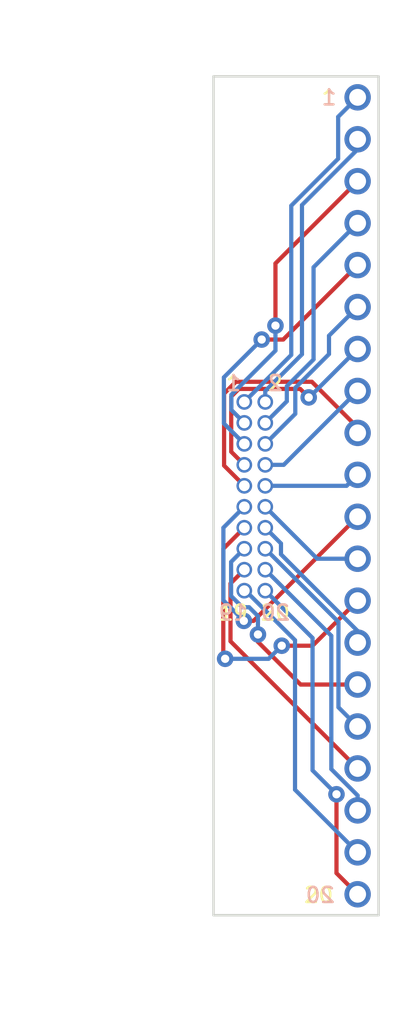
<source format=kicad_pcb>
(kicad_pcb (version 20171130) (host pcbnew "(5.1.5)-3")

  (general
    (thickness 1.6)
    (drawings 36)
    (tracks 102)
    (zones 0)
    (modules 4)
    (nets 21)
  )

  (page A4)
  (layers
    (0 F.Cu signal)
    (31 B.Cu signal)
    (32 B.Adhes user)
    (33 F.Adhes user)
    (34 B.Paste user)
    (35 F.Paste user)
    (36 B.SilkS user)
    (37 F.SilkS user)
    (38 B.Mask user)
    (39 F.Mask user)
    (40 Dwgs.User user hide)
    (41 Cmts.User user)
    (42 Eco1.User user)
    (43 Eco2.User user)
    (44 Edge.Cuts user)
    (45 Margin user)
    (46 B.CrtYd user)
    (47 F.CrtYd user)
    (48 B.Fab user)
    (49 F.Fab user hide)
  )

  (setup
    (last_trace_width 0.254)
    (trace_clearance 0.1778)
    (zone_clearance 0.1524)
    (zone_45_only no)
    (trace_min 0.2)
    (via_size 1)
    (via_drill 0.5)
    (via_min_size 0.4)
    (via_min_drill 0.3)
    (uvia_size 0.3)
    (uvia_drill 0.1)
    (uvias_allowed no)
    (uvia_min_size 0.2)
    (uvia_min_drill 0.1)
    (edge_width 0.15)
    (segment_width 0.15)
    (pcb_text_width 0.3)
    (pcb_text_size 1.5 1.5)
    (mod_edge_width 0.15)
    (mod_text_size 1 1)
    (mod_text_width 0.15)
    (pad_size 1.524 1.524)
    (pad_drill 0.762)
    (pad_to_mask_clearance 0.2)
    (aux_axis_origin 0 0)
    (visible_elements 7FFFFF7F)
    (pcbplotparams
      (layerselection 0x010f0_ffffffff)
      (usegerberextensions true)
      (usegerberattributes false)
      (usegerberadvancedattributes false)
      (creategerberjobfile false)
      (excludeedgelayer true)
      (linewidth 0.100000)
      (plotframeref false)
      (viasonmask false)
      (mode 1)
      (useauxorigin false)
      (hpglpennumber 1)
      (hpglpenspeed 20)
      (hpglpendiameter 15.000000)
      (psnegative false)
      (psa4output false)
      (plotreference true)
      (plotvalue true)
      (plotinvisibletext false)
      (padsonsilk false)
      (subtractmaskfromsilk true)
      (outputformat 1)
      (mirror false)
      (drillshape 0)
      (scaleselection 1)
      (outputdirectory "gerber/"))
  )

  (net 0 "")
  (net 1 /1)
  (net 2 /2)
  (net 3 /3)
  (net 4 /4)
  (net 5 /5)
  (net 6 /6)
  (net 7 /7)
  (net 8 /8)
  (net 9 /9)
  (net 10 /10)
  (net 11 /14)
  (net 12 /13)
  (net 13 /12)
  (net 14 /11)
  (net 15 /15)
  (net 16 /16)
  (net 17 /17)
  (net 18 /18)
  (net 19 /19)
  (net 20 /20)

  (net_class Default "これはデフォルトのネット クラスです。"
    (clearance 0.1778)
    (trace_width 0.254)
    (via_dia 1)
    (via_drill 0.5)
    (uvia_dia 0.3)
    (uvia_drill 0.1)
    (add_net /1)
    (add_net /10)
    (add_net /11)
    (add_net /12)
    (add_net /13)
    (add_net /14)
    (add_net /15)
    (add_net /16)
    (add_net /17)
    (add_net /18)
    (add_net /19)
    (add_net /2)
    (add_net /20)
    (add_net /3)
    (add_net /4)
    (add_net /5)
    (add_net /6)
    (add_net /7)
    (add_net /8)
    (add_net /9)
  )

  (module Mounting_Holes:MountingHole_3.2mm_M3 (layer F.Cu) (tedit 5CEFF4A1) (tstamp 5C855212)
    (at 53.5 154.75)
    (descr "Mounting Hole 3.2mm, no annular, M3")
    (tags "mounting hole 3.2mm no annular m3")
    (path /5C84F64B)
    (attr virtual)
    (fp_text reference MH2 (at 0 -4.2) (layer Dwgs.User) hide
      (effects (font (size 1 1) (thickness 0.15)))
    )
    (fp_text value MountingHole (at 0 4.2) (layer F.Fab) hide
      (effects (font (size 1 1) (thickness 0.15)))
    )
    (fp_circle (center 0 0) (end 3.45 0) (layer B.CrtYd) (width 0.05))
    (fp_circle (center 0 0) (end 3.2 0) (layer Cmts.User) (width 0.15))
    (fp_text user %R (at 0.3 0) (layer F.Fab) hide
      (effects (font (size 1 1) (thickness 0.15)))
    )
    (pad 1 np_thru_hole circle (at 0 0) (size 3.2 3.2) (drill 3.2) (layers *.Cu *.Mask))
  )

  (module Mounting_Holes:MountingHole_3.2mm_M3 (layer F.Cu) (tedit 5CEFF48A) (tstamp 5C85520A)
    (at 53.5 109.75)
    (descr "Mounting Hole 3.2mm, no annular, M3")
    (tags "mounting hole 3.2mm no annular m3")
    (path /5C84F5F2)
    (attr virtual)
    (fp_text reference MH1 (at 0 -4.2) (layer Dwgs.User) hide
      (effects (font (size 1 1) (thickness 0.15)))
    )
    (fp_text value MountingHole (at 0 4.2) (layer F.Fab) hide
      (effects (font (size 1 1) (thickness 0.15)))
    )
    (fp_circle (center 0 0) (end 3.45 0) (layer B.CrtYd) (width 0.05))
    (fp_circle (center 0 0) (end 3.2 0) (layer Cmts.User) (width 0.15))
    (fp_text user %R (at 0.3 0) (layer F.Fab) hide
      (effects (font (size 1 1) (thickness 0.15)))
    )
    (pad 1 np_thru_hole circle (at 0 0) (size 3.2 3.2) (drill 3.2) (layers *.Cu *.Mask))
  )

  (module user:USER_DILhalf_10X2_NoSilk (layer F.Cu) (tedit 5E808508) (tstamp 5E81D510)
    (at 52.5 132.25)
    (path /5C2842FE)
    (fp_text reference J1 (at 0 -6.985) (layer F.Fab) hide
      (effects (font (size 1.016 1.016) (thickness 0.1778)))
    )
    (fp_text value 1.27_2x10P (at 0 7.62) (layer Dwgs.User) hide
      (effects (font (size 0.9144 0.9144) (thickness 0.1524)))
    )
    (fp_line (start 1.27 -6.35) (end 1.27 6.35) (layer Dwgs.User) (width 0.1))
    (fp_line (start 1.27 6.35) (end -1.27 6.35) (layer Dwgs.User) (width 0.1))
    (fp_line (start -1.27 6.35) (end -1.27 -6.35) (layer Dwgs.User) (width 0.1))
    (fp_line (start -1.27 -6.35) (end 1.27 -6.35) (layer Dwgs.User) (width 0.1))
    (fp_line (start -2.5 9.45) (end 2.5 9.45) (layer Dwgs.User) (width 0.15))
    (fp_line (start -2.5 -9.45) (end -2.5 9.45) (layer Dwgs.User) (width 0.15))
    (fp_line (start 2.5 -9.45) (end -2.5 -9.45) (layer Dwgs.User) (width 0.15))
    (fp_line (start 2.5 9.45) (end 2.5 -9.45) (layer Dwgs.User) (width 0.15))
    (pad 1 thru_hole circle (at -0.635 -5.715) (size 0.95 0.95) (drill 0.65) (layers *.Cu *.Mask)
      (net 1 /1))
    (pad 2 thru_hole circle (at 0.635 -5.715) (size 0.95 0.95) (drill 0.65) (layers *.Cu *.Mask)
      (net 2 /2))
    (pad 3 thru_hole circle (at -0.635 -4.445) (size 0.95 0.95) (drill 0.65) (layers *.Cu *.Mask)
      (net 3 /3))
    (pad 4 thru_hole circle (at 0.635 -4.445) (size 0.95 0.95) (drill 0.65) (layers *.Cu *.Mask)
      (net 4 /4))
    (pad 5 thru_hole circle (at -0.635 -3.175) (size 0.95 0.95) (drill 0.65) (layers *.Cu *.Mask)
      (net 5 /5))
    (pad 6 thru_hole circle (at 0.635 -3.175) (size 0.95 0.95) (drill 0.65) (layers *.Cu *.Mask)
      (net 6 /6))
    (pad 7 thru_hole circle (at -0.635 -1.905) (size 0.95 0.95) (drill 0.65) (layers *.Cu *.Mask)
      (net 7 /7))
    (pad 8 thru_hole circle (at 0.635 -1.905) (size 0.95 0.95) (drill 0.65) (layers *.Cu *.Mask)
      (net 8 /8))
    (pad 9 thru_hole circle (at -0.635 -0.635) (size 0.95 0.95) (drill 0.65) (layers *.Cu *.Mask)
      (net 9 /9))
    (pad 10 thru_hole circle (at 0.635 -0.635) (size 0.95 0.95) (drill 0.65) (layers *.Cu *.Mask)
      (net 10 /10))
    (pad 11 thru_hole circle (at -0.635 0.635) (size 0.95 0.95) (drill 0.65) (layers *.Cu *.Mask)
      (net 14 /11))
    (pad 12 thru_hole circle (at 0.635 0.635) (size 0.95 0.95) (drill 0.65) (layers *.Cu *.Mask)
      (net 13 /12))
    (pad 13 thru_hole circle (at -0.635 1.905) (size 0.95 0.95) (drill 0.65) (layers *.Cu *.Mask)
      (net 12 /13))
    (pad 14 thru_hole circle (at 0.635 1.905) (size 0.95 0.95) (drill 0.65) (layers *.Cu *.Mask)
      (net 11 /14))
    (pad 15 thru_hole circle (at -0.635 3.175) (size 0.95 0.95) (drill 0.65) (layers *.Cu *.Mask)
      (net 15 /15))
    (pad 16 thru_hole circle (at 0.635 3.175) (size 0.95 0.95) (drill 0.65) (layers *.Cu *.Mask)
      (net 16 /16))
    (pad 17 thru_hole circle (at -0.635 4.445) (size 0.95 0.95) (drill 0.65) (layers *.Cu *.Mask)
      (net 17 /17))
    (pad 18 thru_hole circle (at 0.635 4.445) (size 0.95 0.95) (drill 0.65) (layers *.Cu *.Mask)
      (net 18 /18))
    (pad 19 thru_hole circle (at -0.635 5.715) (size 0.95 0.95) (drill 0.65) (layers *.Cu *.Mask)
      (net 19 /19))
    (pad 20 thru_hole circle (at 0.635 5.715) (size 0.95 0.95) (drill 0.65) (layers *.Cu *.Mask)
      (net 20 /20))
  )

  (module user:USER_SIL-20_NoSilk (layer F.Cu) (tedit 5E808356) (tstamp 5E81D52F)
    (at 58.73 132.22 270)
    (descr "Connecteur 3 pins")
    (tags "CONN DEV")
    (path /5C285000)
    (fp_text reference J2 (at 0 -2.54 90) (layer F.Fab) hide
      (effects (font (size 1.016 1.016) (thickness 0.1778)))
    )
    (fp_text value 2.54_1x20P (at 0 2.54 90) (layer Dwgs.User) hide
      (effects (font (size 1.016 1.016) (thickness 0.1778)))
    )
    (fp_line (start -25.4 1.27) (end -25.4 -1.27) (layer Dwgs.User) (width 0.3048))
    (fp_line (start -25.4 -1.27) (end 25.4 -1.27) (layer Dwgs.User) (width 0.3048))
    (fp_line (start 25.4 -1.27) (end 25.4 1.27) (layer Dwgs.User) (width 0.3048))
    (fp_line (start 25.4 1.27) (end -25.4 1.27) (layer Dwgs.User) (width 0.3048))
    (pad 14 thru_hole circle (at 8.89 0 270) (size 1.6 1.6) (drill 1.02) (layers *.Cu *.Mask)
      (net 11 /14))
    (pad 13 thru_hole circle (at 6.35 0 270) (size 1.6 1.6) (drill 1.02) (layers *.Cu *.Mask)
      (net 12 /13))
    (pad 12 thru_hole circle (at 3.81 0 270) (size 1.6 1.6) (drill 1.02) (layers *.Cu *.Mask)
      (net 13 /12))
    (pad 11 thru_hole circle (at 1.27 0 270) (size 1.6 1.6) (drill 1.02) (layers *.Cu *.Mask)
      (net 14 /11))
    (pad 2 thru_hole circle (at -21.59 0 270) (size 1.6 1.6) (drill 1.02) (layers *.Cu *.Mask)
      (net 2 /2))
    (pad 3 thru_hole circle (at -19.05 0 270) (size 1.6 1.6) (drill 1.02) (layers *.Cu *.Mask)
      (net 3 /3))
    (pad 4 thru_hole circle (at -16.51 0 270) (size 1.6 1.6) (drill 1.02) (layers *.Cu *.Mask)
      (net 4 /4))
    (pad 5 thru_hole circle (at -13.97 0 270) (size 1.6 1.6) (drill 1.02) (layers *.Cu *.Mask)
      (net 5 /5))
    (pad 6 thru_hole circle (at -11.43 0 270) (size 1.6 1.6) (drill 1.02) (layers *.Cu *.Mask)
      (net 6 /6))
    (pad 7 thru_hole circle (at -8.89 0 270) (size 1.6 1.6) (drill 1.02) (layers *.Cu *.Mask)
      (net 7 /7))
    (pad 1 thru_hole circle (at -24.13 0 270) (size 1.6 1.6) (drill 1.02) (layers *.Cu *.Mask)
      (net 1 /1))
    (pad 8 thru_hole circle (at -6.35 0 270) (size 1.6 1.6) (drill 1.02) (layers *.Cu *.Mask)
      (net 8 /8))
    (pad 9 thru_hole circle (at -3.81 0 270) (size 1.6 1.6) (drill 1.02) (layers *.Cu *.Mask)
      (net 9 /9))
    (pad 10 thru_hole circle (at -1.27 0 270) (size 1.6 1.6) (drill 1.02) (layers *.Cu *.Mask)
      (net 10 /10))
    (pad 15 thru_hole circle (at 11.43 0 270) (size 1.6 1.6) (drill 1.02) (layers *.Cu *.Mask)
      (net 15 /15))
    (pad 16 thru_hole circle (at 13.97 0 270) (size 1.6 1.6) (drill 1.02) (layers *.Cu *.Mask)
      (net 16 /16))
    (pad 17 thru_hole circle (at 16.51 0 270) (size 1.6 1.6) (drill 1.02) (layers *.Cu *.Mask)
      (net 17 /17))
    (pad 18 thru_hole circle (at 19.05 0 270) (size 1.6 1.6) (drill 1.02) (layers *.Cu *.Mask)
      (net 18 /18))
    (pad 19 thru_hole circle (at 21.59 0 270) (size 1.6 1.6) (drill 1.02) (layers *.Cu *.Mask)
      (net 19 /19))
    (pad 20 thru_hole circle (at 24.13 0 270) (size 1.6 1.6) (drill 1.02) (layers *.Cu *.Mask)
      (net 20 /20))
  )

  (dimension 50.8 (width 0.15) (layer F.CrtYd)
    (gr_text 50.8 (at 43.5 132.22 90) (layer F.CrtYd)
      (effects (font (size 1.5 1.5) (thickness 0.3)))
    )
    (feature1 (pts (xy 50 106.82) (xy 44.113579 106.82)))
    (feature2 (pts (xy 50 157.62) (xy 44.113579 157.62)))
    (crossbar (pts (xy 44.7 157.62) (xy 44.7 106.82)))
    (arrow1a (pts (xy 44.7 106.82) (xy 45.286421 107.946504)))
    (arrow1b (pts (xy 44.7 106.82) (xy 44.113579 107.946504)))
    (arrow2a (pts (xy 44.7 157.62) (xy 45.286421 156.493496)))
    (arrow2b (pts (xy 44.7 157.62) (xy 44.113579 156.493496)))
  )
  (dimension 45 (width 0.15) (layer F.CrtYd)
    (gr_text 45 (at 46.6 132.25 90) (layer F.CrtYd)
      (effects (font (size 1.5 1.5) (thickness 0.3)))
    )
    (feature1 (pts (xy 53.5 109.75) (xy 47.213579 109.75)))
    (feature2 (pts (xy 53.5 154.75) (xy 47.213579 154.75)))
    (crossbar (pts (xy 47.8 154.75) (xy 47.8 109.75)))
    (arrow1a (pts (xy 47.8 109.75) (xy 48.386421 110.876504)))
    (arrow1b (pts (xy 47.8 109.75) (xy 47.213579 110.876504)))
    (arrow2a (pts (xy 47.8 154.75) (xy 48.386421 153.623496)))
    (arrow2b (pts (xy 47.8 154.75) (xy 47.213579 153.623496)))
  )
  (gr_text 2.5 (at 51.4 141.8) (layer F.CrtYd) (tstamp 5E81D773)
    (effects (font (size 1.5 1.5) (thickness 0.3)))
  )
  (gr_line (start 52.49 140.3) (end 53.02 139.79) (angle 90) (layer F.CrtYd) (width 0.1))
  (gr_line (start 52.49 140.3) (end 53.04 140.83) (angle 90) (layer F.CrtYd) (width 0.1))
  (gr_line (start 52.5 140.3) (end 54.28 140.3) (angle 90) (layer F.CrtYd) (width 0.1))
  (gr_line (start 50 140.31) (end 49.6 139.91) (angle 90) (layer F.CrtYd) (width 0.1))
  (gr_line (start 50.01 140.3) (end 49.6 140.69) (angle 90) (layer F.CrtYd) (width 0.1))
  (gr_line (start 50 140.3) (end 48.26 140.3) (angle 90) (layer F.CrtYd) (width 0.1))
  (gr_line (start 50 132.22) (end 50.01 140.3) (angle 90) (layer F.CrtYd) (width 0.1))
  (gr_line (start 52.5 132.22) (end 52.5 140.3) (angle 90) (layer F.CrtYd) (width 0.1))
  (gr_text 1.27 (at 59.6 105.6) (layer F.CrtYd)
    (effects (font (size 1.5 1.5) (thickness 0.3)))
  )
  (gr_line (start 58.73 112.9) (end 58.46 112.62) (angle 90) (layer F.CrtYd) (width 0.1))
  (gr_line (start 58.73 112.9) (end 58.44 113.21) (angle 90) (layer F.CrtYd) (width 0.1))
  (gr_line (start 58.72 112.9) (end 57.73 112.9) (angle 90) (layer F.CrtYd) (width 0.1))
  (gr_line (start 58.73 115.71) (end 58.73 112.5) (angle 90) (layer F.CrtYd) (width 0.1))
  (dimension 3.2 (width 0.15) (layer F.CrtYd)
    (gr_text Φ3.2x2 (at 51.79 103.61) (layer F.CrtYd)
      (effects (font (size 1.5 1.5) (thickness 0.3)))
    )
    (feature1 (pts (xy 55.1 109.7) (xy 55.1 104.813579)))
    (feature2 (pts (xy 51.9 109.7) (xy 51.9 104.813579)))
    (crossbar (pts (xy 51.9 105.4) (xy 55.1 105.4)))
    (arrow1a (pts (xy 55.1 105.4) (xy 53.973496 105.986421)))
    (arrow1b (pts (xy 55.1 105.4) (xy 53.973496 104.813579)))
    (arrow2a (pts (xy 51.9 105.4) (xy 53.026504 105.986421)))
    (arrow2b (pts (xy 51.9 105.4) (xy 53.026504 104.813579)))
  )
  (dimension 10 (width 0.15) (layer F.CrtYd)
    (gr_text 10 (at 55 164.8) (layer F.CrtYd)
      (effects (font (size 1.5 1.5) (thickness 0.3)))
    )
    (feature1 (pts (xy 60 157.6) (xy 60 164.086421)))
    (feature2 (pts (xy 50 157.6) (xy 50 164.086421)))
    (crossbar (pts (xy 50 163.5) (xy 60 163.5)))
    (arrow1a (pts (xy 60 163.5) (xy 58.873496 164.086421)))
    (arrow1b (pts (xy 60 163.5) (xy 58.873496 162.913579)))
    (arrow2a (pts (xy 50 163.5) (xy 51.126504 164.086421)))
    (arrow2b (pts (xy 50 163.5) (xy 51.126504 162.913579)))
  )
  (dimension 3.5 (width 0.15) (layer F.CrtYd)
    (gr_text 3.5 (at 51.97 161.3) (layer F.CrtYd)
      (effects (font (size 1.5 1.5) (thickness 0.3)))
    )
    (feature1 (pts (xy 53.5 154.79) (xy 53.5 160.086421)))
    (feature2 (pts (xy 50 154.79) (xy 50 160.086421)))
    (crossbar (pts (xy 50 159.5) (xy 53.5 159.5)))
    (arrow1a (pts (xy 53.5 159.5) (xy 52.373496 160.086421)))
    (arrow1b (pts (xy 53.5 159.5) (xy 52.373496 158.913579)))
    (arrow2a (pts (xy 50 159.5) (xy 51.126504 160.086421)))
    (arrow2b (pts (xy 50 159.5) (xy 51.126504 158.913579)))
  )
  (gr_line (start 50 157.62) (end 60 157.62) (angle 90) (layer Edge.Cuts) (width 0.15))
  (gr_line (start 50 106.82) (end 60 106.82) (angle 90) (layer Edge.Cuts) (width 0.15))
  (gr_line (start 50 106.82) (end 50 157.62) (angle 90) (layer Edge.Cuts) (width 0.15) (tstamp 5C285847))
  (gr_line (start 50 150) (end 60 150) (angle 90) (layer Dwgs.User) (width 0.15) (tstamp 5C285846))
  (gr_line (start 60 157.62) (end 60 106.82) (angle 90) (layer Edge.Cuts) (width 0.15) (tstamp 5C285845))
  (gr_text 1 (at 51.21 125.4) (layer F.SilkS) (tstamp 5C285843)
    (effects (font (size 0.9144 0.9144) (thickness 0.1524)))
  )
  (gr_text 2 (at 53.75 125.4) (layer F.SilkS) (tstamp 5C285842)
    (effects (font (size 0.9144 0.9144) (thickness 0.1524)))
  )
  (gr_text 19 (at 51.2 139.3) (layer F.SilkS) (tstamp 5C285841)
    (effects (font (size 0.9144 0.9144) (thickness 0.1524)))
  )
  (gr_text 20 (at 53.75 139.3) (layer F.SilkS) (tstamp 5C285840)
    (effects (font (size 0.9144 0.9144) (thickness 0.1524)))
  )
  (gr_text 1 (at 57 108.1) (layer F.SilkS) (tstamp 5E81D77A)
    (effects (font (size 0.9144 0.9144) (thickness 0.1524)))
  )
  (gr_text 20 (at 55.4 156.4) (layer F.SilkS) (tstamp 5C28583E)
    (effects (font (size 0.9144 0.9144) (thickness 0.1524)) (justify left))
  )
  (gr_text 1 (at 57 108.1) (layer B.SilkS) (tstamp 5C28583D)
    (effects (font (size 0.9144 0.9144) (thickness 0.1524)) (justify mirror))
  )
  (gr_text 20 (at 55.5 156.4) (layer B.SilkS) (tstamp 5C855BCA)
    (effects (font (size 0.9144 0.9144) (thickness 0.1524)) (justify right mirror))
  )
  (gr_text 2 (at 53.75 125.4) (layer B.SilkS) (tstamp 5C28583B)
    (effects (font (size 0.9144 0.9144) (thickness 0.1524)) (justify mirror))
  )
  (gr_text 1 (at 51.21 125.4) (layer B.SilkS) (tstamp 5C28583A)
    (effects (font (size 0.9144 0.9144) (thickness 0.1524)) (justify mirror))
  )
  (gr_text 19 (at 51.2 139.3) (layer B.SilkS) (tstamp 5C285839)
    (effects (font (size 0.9144 0.9144) (thickness 0.1524)) (justify mirror))
  )
  (gr_text 20 (at 53.75 139.3) (layer B.SilkS) (tstamp 5C285838)
    (effects (font (size 0.9144 0.9144) (thickness 0.1524)) (justify mirror))
  )

  (segment (start 58.73 108.09) (end 57.5511 109.2689) (width 0.254) (layer B.Cu) (net 1))
  (segment (start 57.5511 109.2689) (end 57.5511 111.8089) (width 0.254) (layer B.Cu) (net 1))
  (segment (start 57.5511 111.8089) (end 54.7103 114.6497) (width 0.254) (layer B.Cu) (net 1))
  (segment (start 54.7103 114.6497) (end 54.7103 123.6897) (width 0.254) (layer B.Cu) (net 1))
  (segment (start 54.7103 123.6897) (end 51.865 126.535) (width 0.254) (layer B.Cu) (net 1))
  (segment (start 53.135 126.535) (end 53.135 125.8763) (width 0.254) (layer B.Cu) (net 2))
  (segment (start 53.135 125.8763) (end 55.3584 123.6529) (width 0.254) (layer B.Cu) (net 2))
  (segment (start 55.3584 123.6529) (end 55.3584 114.6127) (width 0.254) (layer B.Cu) (net 2))
  (segment (start 55.3584 114.6127) (end 58.73 111.2411) (width 0.254) (layer B.Cu) (net 2))
  (segment (start 58.73 111.2411) (end 58.73 110.63) (width 0.254) (layer B.Cu) (net 2))
  (segment (start 58.73 113.17) (end 53.7527 118.1473) (width 0.254) (layer F.Cu) (net 3))
  (segment (start 53.7527 118.1473) (end 53.7527 121.9145) (width 0.254) (layer F.Cu) (net 3))
  (segment (start 53.7527 121.9145) (end 53.7527 123.4298) (width 0.254) (layer B.Cu) (net 3))
  (segment (start 53.7527 123.4298) (end 51.0823 126.1002) (width 0.254) (layer B.Cu) (net 3))
  (segment (start 51.0823 126.1002) (end 51.0823 127.0223) (width 0.254) (layer B.Cu) (net 3))
  (segment (start 51.0823 127.0223) (end 51.865 127.805) (width 0.254) (layer B.Cu) (net 3))
  (via (at 53.7527 121.9145) (size 1) (layers F.Cu B.Cu) (net 3))
  (segment (start 53.135 127.805) (end 54.4399 126.5001) (width 0.254) (layer B.Cu) (net 4))
  (segment (start 54.4399 126.5001) (end 54.4399 125.5857) (width 0.254) (layer B.Cu) (net 4))
  (segment (start 54.4399 125.5857) (end 56.0607 123.9649) (width 0.254) (layer B.Cu) (net 4))
  (segment (start 56.0607 123.9649) (end 56.0607 118.3793) (width 0.254) (layer B.Cu) (net 4))
  (segment (start 56.0607 118.3793) (end 58.73 115.71) (width 0.254) (layer B.Cu) (net 4))
  (segment (start 58.73 118.25) (end 54.2219 122.7581) (width 0.254) (layer F.Cu) (net 5))
  (segment (start 54.2219 122.7581) (end 52.918 122.7581) (width 0.254) (layer F.Cu) (net 5))
  (segment (start 51.865 129.075) (end 50.6275 127.8375) (width 0.254) (layer B.Cu) (net 5))
  (segment (start 50.6275 127.8375) (end 50.6275 125.0486) (width 0.254) (layer B.Cu) (net 5))
  (segment (start 50.6275 125.0486) (end 52.918 122.7581) (width 0.254) (layer B.Cu) (net 5))
  (via (at 52.918 122.7581) (size 1) (layers F.Cu B.Cu) (net 5))
  (segment (start 58.73 120.79) (end 56.9957 122.5243) (width 0.254) (layer B.Cu) (net 6))
  (segment (start 56.9957 122.5243) (end 56.9957 123.641) (width 0.254) (layer B.Cu) (net 6))
  (segment (start 56.9957 123.641) (end 54.9548 125.6819) (width 0.254) (layer B.Cu) (net 6))
  (segment (start 54.9548 125.6819) (end 54.9548 127.2552) (width 0.254) (layer B.Cu) (net 6))
  (segment (start 54.9548 127.2552) (end 53.135 129.075) (width 0.254) (layer B.Cu) (net 6))
  (segment (start 55.7665 126.2622) (end 55.2518 125.7475) (width 0.254) (layer F.Cu) (net 7))
  (segment (start 55.2518 125.7475) (end 51.5343 125.7475) (width 0.254) (layer F.Cu) (net 7))
  (segment (start 51.5343 125.7475) (end 51.0733 126.2085) (width 0.254) (layer F.Cu) (net 7))
  (segment (start 51.0733 126.2085) (end 51.0733 129.5533) (width 0.254) (layer F.Cu) (net 7))
  (segment (start 51.0733 129.5533) (end 51.865 130.345) (width 0.254) (layer F.Cu) (net 7))
  (segment (start 58.73 123.33) (end 55.7978 126.2622) (width 0.254) (layer B.Cu) (net 7))
  (segment (start 55.7978 126.2622) (end 55.7665 126.2622) (width 0.254) (layer B.Cu) (net 7))
  (via (at 55.7665 126.2622) (size 1) (layers F.Cu B.Cu) (net 7))
  (segment (start 58.73 125.87) (end 54.255 130.345) (width 0.254) (layer B.Cu) (net 8))
  (segment (start 54.255 130.345) (end 53.135 130.345) (width 0.254) (layer B.Cu) (net 8))
  (segment (start 58.73 128.41) (end 58.73 128.087) (width 0.254) (layer F.Cu) (net 9))
  (segment (start 58.73 128.087) (end 55.9584 125.3154) (width 0.254) (layer F.Cu) (net 9))
  (segment (start 55.9584 125.3154) (end 51.3553 125.3154) (width 0.254) (layer F.Cu) (net 9))
  (segment (start 51.3553 125.3154) (end 50.6412 126.0295) (width 0.254) (layer F.Cu) (net 9))
  (segment (start 50.6412 126.0295) (end 50.6412 130.3912) (width 0.254) (layer F.Cu) (net 9))
  (segment (start 50.6412 130.3912) (end 51.865 131.615) (width 0.254) (layer F.Cu) (net 9))
  (segment (start 58.73 130.95) (end 58.065 131.615) (width 0.254) (layer B.Cu) (net 10))
  (segment (start 58.065 131.615) (end 53.135 131.615) (width 0.254) (layer B.Cu) (net 10))
  (segment (start 58.73 141.11) (end 58.73 140.4087) (width 0.254) (layer B.Cu) (net 11))
  (segment (start 58.73 140.4087) (end 54.0871 135.7658) (width 0.254) (layer B.Cu) (net 11))
  (segment (start 54.0871 135.7658) (end 54.0871 135.1071) (width 0.254) (layer B.Cu) (net 11))
  (segment (start 54.0871 135.1071) (end 53.135 134.155) (width 0.254) (layer B.Cu) (net 11))
  (segment (start 51.865 134.155) (end 50.593 135.427) (width 0.254) (layer F.Cu) (net 12))
  (segment (start 50.593 135.427) (end 50.593 141.9795) (width 0.254) (layer F.Cu) (net 12))
  (segment (start 50.593 141.9795) (end 50.7042 142.0907) (width 0.254) (layer F.Cu) (net 12))
  (segment (start 54.1329 141.298) (end 53.3402 142.0907) (width 0.254) (layer B.Cu) (net 12))
  (segment (start 53.3402 142.0907) (end 50.7042 142.0907) (width 0.254) (layer B.Cu) (net 12))
  (segment (start 58.73 138.57) (end 56.002 141.298) (width 0.254) (layer F.Cu) (net 12))
  (segment (start 56.002 141.298) (end 54.1329 141.298) (width 0.254) (layer F.Cu) (net 12))
  (via (at 50.7042 142.0907) (size 1) (layers F.Cu B.Cu) (net 12))
  (via (at 54.1329 141.298) (size 1) (layers F.Cu B.Cu) (net 12))
  (segment (start 58.73 136.03) (end 56.28 136.03) (width 0.254) (layer B.Cu) (net 13))
  (segment (start 56.28 136.03) (end 53.135 132.885) (width 0.254) (layer B.Cu) (net 13))
  (segment (start 58.73 133.49) (end 52.4267 139.7933) (width 0.254) (layer F.Cu) (net 14))
  (segment (start 52.4267 139.7933) (end 51.8372 139.7933) (width 0.254) (layer F.Cu) (net 14))
  (segment (start 51.865 132.885) (end 50.5988 134.1512) (width 0.254) (layer B.Cu) (net 14))
  (segment (start 50.5988 134.1512) (end 50.5988 138.5549) (width 0.254) (layer B.Cu) (net 14))
  (segment (start 50.5988 138.5549) (end 51.8372 139.7933) (width 0.254) (layer B.Cu) (net 14))
  (via (at 51.8372 139.7933) (size 1) (layers F.Cu B.Cu) (net 14))
  (segment (start 52.6919 140.617) (end 52.6919 139.5037) (width 0.254) (layer B.Cu) (net 15))
  (segment (start 52.6919 139.5037) (end 52.1554 138.9672) (width 0.254) (layer B.Cu) (net 15))
  (segment (start 52.1554 138.9672) (end 51.7466 138.9672) (width 0.254) (layer B.Cu) (net 15))
  (segment (start 51.7466 138.9672) (end 51.0657 138.2863) (width 0.254) (layer B.Cu) (net 15))
  (segment (start 51.0657 138.2863) (end 51.0657 136.2243) (width 0.254) (layer B.Cu) (net 15))
  (segment (start 51.0657 136.2243) (end 51.865 135.425) (width 0.254) (layer B.Cu) (net 15))
  (segment (start 58.73 143.65) (end 55.2763 143.65) (width 0.254) (layer F.Cu) (net 15))
  (segment (start 55.2763 143.65) (end 52.6919 141.0656) (width 0.254) (layer F.Cu) (net 15))
  (segment (start 52.6919 141.0656) (end 52.6919 140.617) (width 0.254) (layer F.Cu) (net 15))
  (via (at 52.6919 140.617) (size 1) (layers F.Cu B.Cu) (net 15))
  (segment (start 58.73 146.19) (end 57.5699 145.0299) (width 0.254) (layer B.Cu) (net 16))
  (segment (start 57.5699 145.0299) (end 57.5699 139.8599) (width 0.254) (layer B.Cu) (net 16))
  (segment (start 57.5699 139.8599) (end 53.135 135.425) (width 0.254) (layer B.Cu) (net 16))
  (segment (start 51.865 136.695) (end 51.029 137.531) (width 0.254) (layer F.Cu) (net 17))
  (segment (start 51.029 137.531) (end 51.029 141.029) (width 0.254) (layer F.Cu) (net 17))
  (segment (start 51.029 141.029) (end 58.73 148.73) (width 0.254) (layer F.Cu) (net 17))
  (segment (start 58.73 151.27) (end 58.73 150.3647) (width 0.254) (layer B.Cu) (net 18))
  (segment (start 58.73 150.3647) (end 57.1377 148.7724) (width 0.254) (layer B.Cu) (net 18))
  (segment (start 57.1377 148.7724) (end 57.1377 140.6977) (width 0.254) (layer B.Cu) (net 18))
  (segment (start 57.1377 140.6977) (end 53.135 136.695) (width 0.254) (layer B.Cu) (net 18))
  (segment (start 58.73 153.81) (end 54.938 150.018) (width 0.254) (layer B.Cu) (net 19))
  (segment (start 54.938 150.018) (end 54.938 140.9644) (width 0.254) (layer B.Cu) (net 19))
  (segment (start 54.938 140.9644) (end 51.9386 137.965) (width 0.254) (layer B.Cu) (net 19))
  (segment (start 51.9386 137.965) (end 51.865 137.965) (width 0.254) (layer B.Cu) (net 19))
  (segment (start 57.4497 150.2948) (end 55.9998 148.8449) (width 0.254) (layer B.Cu) (net 20))
  (segment (start 55.9998 148.8449) (end 55.9998 140.8298) (width 0.254) (layer B.Cu) (net 20))
  (segment (start 55.9998 140.8298) (end 53.135 137.965) (width 0.254) (layer B.Cu) (net 20))
  (segment (start 58.73 156.35) (end 57.4497 155.0697) (width 0.254) (layer F.Cu) (net 20))
  (segment (start 57.4497 155.0697) (end 57.4497 150.2948) (width 0.254) (layer F.Cu) (net 20))
  (via (at 57.4497 150.2948) (size 1) (layers F.Cu B.Cu) (net 20))

  (zone (net 0) (net_name "") (layers F&B.Cu) (tstamp 5C8559F8) (hatch edge 0.508)
    (connect_pads (clearance 0.1524))
    (min_thickness 0.1524)
    (keepout (tracks not_allowed) (vias not_allowed) (copperpour not_allowed))
    (fill (arc_segments 16) (thermal_gap 0.2) (thermal_bridge_width 0.16))
    (polygon
      (pts
        (xy 57 152.6) (xy 57 157.6) (xy 50 157.6) (xy 50 150.6) (xy 55 150.6)
      )
    )
  )
  (zone (net 0) (net_name "") (layers F&B.Cu) (tstamp 5C8559F9) (hatch edge 0.508)
    (connect_pads (clearance 0.1524))
    (min_thickness 0.1524)
    (keepout (tracks not_allowed) (vias not_allowed) (copperpour not_allowed))
    (fill (arc_segments 16) (thermal_gap 0.2) (thermal_bridge_width 0.16))
    (polygon
      (pts
        (xy 50 113.8) (xy 55 113.8) (xy 57 111.8) (xy 57 106.8) (xy 50 106.8)
      )
    )
  )
)

</source>
